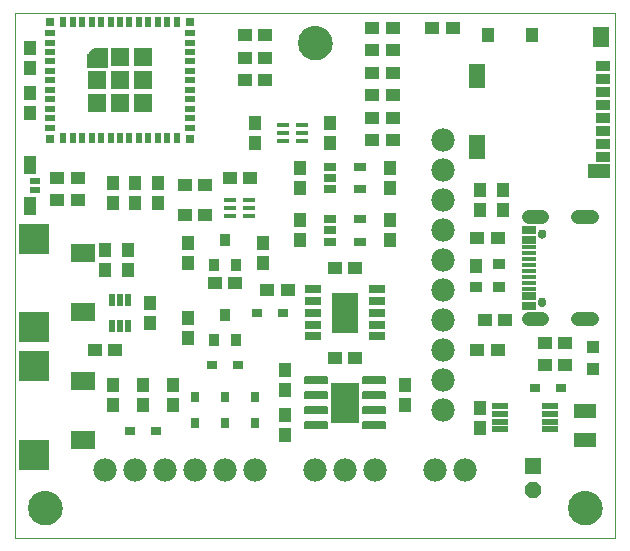
<source format=gts>
G75*
%MOIN*%
%OFA0B0*%
%FSLAX25Y25*%
%IPPOS*%
%LPD*%
%AMOC8*
5,1,8,0,0,1.08239X$1,22.5*
%
%ADD10C,0.00000*%
%ADD11C,0.11424*%
%ADD12R,0.04731X0.04337*%
%ADD13R,0.04337X0.04731*%
%ADD14R,0.03943X0.03550*%
%ADD15R,0.03943X0.05124*%
%ADD16R,0.02762X0.03550*%
%ADD17R,0.03550X0.02762*%
%ADD18C,0.04762*%
%ADD19C,0.02959*%
%ADD20R,0.04928X0.02762*%
%ADD21R,0.04928X0.01581*%
%ADD22C,0.07800*%
%ADD23R,0.03550X0.03943*%
%ADD24R,0.05557X0.02762*%
%ADD25R,0.08668X0.13392*%
%ADD26C,0.00691*%
%ADD27R,0.09400X0.13400*%
%ADD28C,0.00039*%
%ADD29R,0.03550X0.01975*%
%ADD30R,0.03156X0.03156*%
%ADD31R,0.01975X0.03550*%
%ADD32R,0.06109X0.06109*%
%ADD33R,0.04337X0.02565*%
%ADD34R,0.05518X0.05518*%
%ADD35OC8,0.05518*%
%ADD36R,0.04298X0.01581*%
%ADD37R,0.07487X0.05006*%
%ADD38R,0.05715X0.06502*%
%ADD39R,0.04731X0.03746*%
%ADD40R,0.04731X0.03353*%
%ADD41R,0.05715X0.07880*%
%ADD42R,0.04337X0.05124*%
%ADD43R,0.04337X0.04337*%
%ADD44R,0.03550X0.02369*%
%ADD45R,0.04337X0.06306*%
%ADD46R,0.08274X0.06306*%
%ADD47R,0.10243X0.10243*%
%ADD48R,0.01975X0.03943*%
%ADD49R,0.05321X0.02211*%
%ADD50R,0.07487X0.04731*%
D10*
X0002500Y0080658D02*
X0202500Y0080658D01*
X0202500Y0255658D01*
X0002500Y0255658D01*
X0002500Y0080658D01*
X0006988Y0090658D02*
X0006990Y0090806D01*
X0006996Y0090954D01*
X0007006Y0091102D01*
X0007020Y0091249D01*
X0007038Y0091396D01*
X0007059Y0091542D01*
X0007085Y0091688D01*
X0007115Y0091833D01*
X0007148Y0091977D01*
X0007186Y0092120D01*
X0007227Y0092262D01*
X0007272Y0092403D01*
X0007320Y0092543D01*
X0007373Y0092682D01*
X0007429Y0092819D01*
X0007489Y0092954D01*
X0007552Y0093088D01*
X0007619Y0093220D01*
X0007690Y0093350D01*
X0007764Y0093478D01*
X0007841Y0093604D01*
X0007922Y0093728D01*
X0008006Y0093850D01*
X0008093Y0093969D01*
X0008184Y0094086D01*
X0008278Y0094201D01*
X0008374Y0094313D01*
X0008474Y0094423D01*
X0008576Y0094529D01*
X0008682Y0094633D01*
X0008790Y0094734D01*
X0008901Y0094832D01*
X0009014Y0094928D01*
X0009130Y0095020D01*
X0009248Y0095109D01*
X0009369Y0095194D01*
X0009492Y0095277D01*
X0009617Y0095356D01*
X0009744Y0095432D01*
X0009873Y0095504D01*
X0010004Y0095573D01*
X0010137Y0095638D01*
X0010272Y0095699D01*
X0010408Y0095757D01*
X0010545Y0095812D01*
X0010684Y0095862D01*
X0010825Y0095909D01*
X0010966Y0095952D01*
X0011109Y0095992D01*
X0011253Y0096027D01*
X0011397Y0096059D01*
X0011543Y0096086D01*
X0011689Y0096110D01*
X0011836Y0096130D01*
X0011983Y0096146D01*
X0012130Y0096158D01*
X0012278Y0096166D01*
X0012426Y0096170D01*
X0012574Y0096170D01*
X0012722Y0096166D01*
X0012870Y0096158D01*
X0013017Y0096146D01*
X0013164Y0096130D01*
X0013311Y0096110D01*
X0013457Y0096086D01*
X0013603Y0096059D01*
X0013747Y0096027D01*
X0013891Y0095992D01*
X0014034Y0095952D01*
X0014175Y0095909D01*
X0014316Y0095862D01*
X0014455Y0095812D01*
X0014592Y0095757D01*
X0014728Y0095699D01*
X0014863Y0095638D01*
X0014996Y0095573D01*
X0015127Y0095504D01*
X0015256Y0095432D01*
X0015383Y0095356D01*
X0015508Y0095277D01*
X0015631Y0095194D01*
X0015752Y0095109D01*
X0015870Y0095020D01*
X0015986Y0094928D01*
X0016099Y0094832D01*
X0016210Y0094734D01*
X0016318Y0094633D01*
X0016424Y0094529D01*
X0016526Y0094423D01*
X0016626Y0094313D01*
X0016722Y0094201D01*
X0016816Y0094086D01*
X0016907Y0093969D01*
X0016994Y0093850D01*
X0017078Y0093728D01*
X0017159Y0093604D01*
X0017236Y0093478D01*
X0017310Y0093350D01*
X0017381Y0093220D01*
X0017448Y0093088D01*
X0017511Y0092954D01*
X0017571Y0092819D01*
X0017627Y0092682D01*
X0017680Y0092543D01*
X0017728Y0092403D01*
X0017773Y0092262D01*
X0017814Y0092120D01*
X0017852Y0091977D01*
X0017885Y0091833D01*
X0017915Y0091688D01*
X0017941Y0091542D01*
X0017962Y0091396D01*
X0017980Y0091249D01*
X0017994Y0091102D01*
X0018004Y0090954D01*
X0018010Y0090806D01*
X0018012Y0090658D01*
X0018010Y0090510D01*
X0018004Y0090362D01*
X0017994Y0090214D01*
X0017980Y0090067D01*
X0017962Y0089920D01*
X0017941Y0089774D01*
X0017915Y0089628D01*
X0017885Y0089483D01*
X0017852Y0089339D01*
X0017814Y0089196D01*
X0017773Y0089054D01*
X0017728Y0088913D01*
X0017680Y0088773D01*
X0017627Y0088634D01*
X0017571Y0088497D01*
X0017511Y0088362D01*
X0017448Y0088228D01*
X0017381Y0088096D01*
X0017310Y0087966D01*
X0017236Y0087838D01*
X0017159Y0087712D01*
X0017078Y0087588D01*
X0016994Y0087466D01*
X0016907Y0087347D01*
X0016816Y0087230D01*
X0016722Y0087115D01*
X0016626Y0087003D01*
X0016526Y0086893D01*
X0016424Y0086787D01*
X0016318Y0086683D01*
X0016210Y0086582D01*
X0016099Y0086484D01*
X0015986Y0086388D01*
X0015870Y0086296D01*
X0015752Y0086207D01*
X0015631Y0086122D01*
X0015508Y0086039D01*
X0015383Y0085960D01*
X0015256Y0085884D01*
X0015127Y0085812D01*
X0014996Y0085743D01*
X0014863Y0085678D01*
X0014728Y0085617D01*
X0014592Y0085559D01*
X0014455Y0085504D01*
X0014316Y0085454D01*
X0014175Y0085407D01*
X0014034Y0085364D01*
X0013891Y0085324D01*
X0013747Y0085289D01*
X0013603Y0085257D01*
X0013457Y0085230D01*
X0013311Y0085206D01*
X0013164Y0085186D01*
X0013017Y0085170D01*
X0012870Y0085158D01*
X0012722Y0085150D01*
X0012574Y0085146D01*
X0012426Y0085146D01*
X0012278Y0085150D01*
X0012130Y0085158D01*
X0011983Y0085170D01*
X0011836Y0085186D01*
X0011689Y0085206D01*
X0011543Y0085230D01*
X0011397Y0085257D01*
X0011253Y0085289D01*
X0011109Y0085324D01*
X0010966Y0085364D01*
X0010825Y0085407D01*
X0010684Y0085454D01*
X0010545Y0085504D01*
X0010408Y0085559D01*
X0010272Y0085617D01*
X0010137Y0085678D01*
X0010004Y0085743D01*
X0009873Y0085812D01*
X0009744Y0085884D01*
X0009617Y0085960D01*
X0009492Y0086039D01*
X0009369Y0086122D01*
X0009248Y0086207D01*
X0009130Y0086296D01*
X0009014Y0086388D01*
X0008901Y0086484D01*
X0008790Y0086582D01*
X0008682Y0086683D01*
X0008576Y0086787D01*
X0008474Y0086893D01*
X0008374Y0087003D01*
X0008278Y0087115D01*
X0008184Y0087230D01*
X0008093Y0087347D01*
X0008006Y0087466D01*
X0007922Y0087588D01*
X0007841Y0087712D01*
X0007764Y0087838D01*
X0007690Y0087966D01*
X0007619Y0088096D01*
X0007552Y0088228D01*
X0007489Y0088362D01*
X0007429Y0088497D01*
X0007373Y0088634D01*
X0007320Y0088773D01*
X0007272Y0088913D01*
X0007227Y0089054D01*
X0007186Y0089196D01*
X0007148Y0089339D01*
X0007115Y0089483D01*
X0007085Y0089628D01*
X0007059Y0089774D01*
X0007038Y0089920D01*
X0007020Y0090067D01*
X0007006Y0090214D01*
X0006996Y0090362D01*
X0006990Y0090510D01*
X0006988Y0090658D01*
X0096988Y0245658D02*
X0096990Y0245806D01*
X0096996Y0245954D01*
X0097006Y0246102D01*
X0097020Y0246249D01*
X0097038Y0246396D01*
X0097059Y0246542D01*
X0097085Y0246688D01*
X0097115Y0246833D01*
X0097148Y0246977D01*
X0097186Y0247120D01*
X0097227Y0247262D01*
X0097272Y0247403D01*
X0097320Y0247543D01*
X0097373Y0247682D01*
X0097429Y0247819D01*
X0097489Y0247954D01*
X0097552Y0248088D01*
X0097619Y0248220D01*
X0097690Y0248350D01*
X0097764Y0248478D01*
X0097841Y0248604D01*
X0097922Y0248728D01*
X0098006Y0248850D01*
X0098093Y0248969D01*
X0098184Y0249086D01*
X0098278Y0249201D01*
X0098374Y0249313D01*
X0098474Y0249423D01*
X0098576Y0249529D01*
X0098682Y0249633D01*
X0098790Y0249734D01*
X0098901Y0249832D01*
X0099014Y0249928D01*
X0099130Y0250020D01*
X0099248Y0250109D01*
X0099369Y0250194D01*
X0099492Y0250277D01*
X0099617Y0250356D01*
X0099744Y0250432D01*
X0099873Y0250504D01*
X0100004Y0250573D01*
X0100137Y0250638D01*
X0100272Y0250699D01*
X0100408Y0250757D01*
X0100545Y0250812D01*
X0100684Y0250862D01*
X0100825Y0250909D01*
X0100966Y0250952D01*
X0101109Y0250992D01*
X0101253Y0251027D01*
X0101397Y0251059D01*
X0101543Y0251086D01*
X0101689Y0251110D01*
X0101836Y0251130D01*
X0101983Y0251146D01*
X0102130Y0251158D01*
X0102278Y0251166D01*
X0102426Y0251170D01*
X0102574Y0251170D01*
X0102722Y0251166D01*
X0102870Y0251158D01*
X0103017Y0251146D01*
X0103164Y0251130D01*
X0103311Y0251110D01*
X0103457Y0251086D01*
X0103603Y0251059D01*
X0103747Y0251027D01*
X0103891Y0250992D01*
X0104034Y0250952D01*
X0104175Y0250909D01*
X0104316Y0250862D01*
X0104455Y0250812D01*
X0104592Y0250757D01*
X0104728Y0250699D01*
X0104863Y0250638D01*
X0104996Y0250573D01*
X0105127Y0250504D01*
X0105256Y0250432D01*
X0105383Y0250356D01*
X0105508Y0250277D01*
X0105631Y0250194D01*
X0105752Y0250109D01*
X0105870Y0250020D01*
X0105986Y0249928D01*
X0106099Y0249832D01*
X0106210Y0249734D01*
X0106318Y0249633D01*
X0106424Y0249529D01*
X0106526Y0249423D01*
X0106626Y0249313D01*
X0106722Y0249201D01*
X0106816Y0249086D01*
X0106907Y0248969D01*
X0106994Y0248850D01*
X0107078Y0248728D01*
X0107159Y0248604D01*
X0107236Y0248478D01*
X0107310Y0248350D01*
X0107381Y0248220D01*
X0107448Y0248088D01*
X0107511Y0247954D01*
X0107571Y0247819D01*
X0107627Y0247682D01*
X0107680Y0247543D01*
X0107728Y0247403D01*
X0107773Y0247262D01*
X0107814Y0247120D01*
X0107852Y0246977D01*
X0107885Y0246833D01*
X0107915Y0246688D01*
X0107941Y0246542D01*
X0107962Y0246396D01*
X0107980Y0246249D01*
X0107994Y0246102D01*
X0108004Y0245954D01*
X0108010Y0245806D01*
X0108012Y0245658D01*
X0108010Y0245510D01*
X0108004Y0245362D01*
X0107994Y0245214D01*
X0107980Y0245067D01*
X0107962Y0244920D01*
X0107941Y0244774D01*
X0107915Y0244628D01*
X0107885Y0244483D01*
X0107852Y0244339D01*
X0107814Y0244196D01*
X0107773Y0244054D01*
X0107728Y0243913D01*
X0107680Y0243773D01*
X0107627Y0243634D01*
X0107571Y0243497D01*
X0107511Y0243362D01*
X0107448Y0243228D01*
X0107381Y0243096D01*
X0107310Y0242966D01*
X0107236Y0242838D01*
X0107159Y0242712D01*
X0107078Y0242588D01*
X0106994Y0242466D01*
X0106907Y0242347D01*
X0106816Y0242230D01*
X0106722Y0242115D01*
X0106626Y0242003D01*
X0106526Y0241893D01*
X0106424Y0241787D01*
X0106318Y0241683D01*
X0106210Y0241582D01*
X0106099Y0241484D01*
X0105986Y0241388D01*
X0105870Y0241296D01*
X0105752Y0241207D01*
X0105631Y0241122D01*
X0105508Y0241039D01*
X0105383Y0240960D01*
X0105256Y0240884D01*
X0105127Y0240812D01*
X0104996Y0240743D01*
X0104863Y0240678D01*
X0104728Y0240617D01*
X0104592Y0240559D01*
X0104455Y0240504D01*
X0104316Y0240454D01*
X0104175Y0240407D01*
X0104034Y0240364D01*
X0103891Y0240324D01*
X0103747Y0240289D01*
X0103603Y0240257D01*
X0103457Y0240230D01*
X0103311Y0240206D01*
X0103164Y0240186D01*
X0103017Y0240170D01*
X0102870Y0240158D01*
X0102722Y0240150D01*
X0102574Y0240146D01*
X0102426Y0240146D01*
X0102278Y0240150D01*
X0102130Y0240158D01*
X0101983Y0240170D01*
X0101836Y0240186D01*
X0101689Y0240206D01*
X0101543Y0240230D01*
X0101397Y0240257D01*
X0101253Y0240289D01*
X0101109Y0240324D01*
X0100966Y0240364D01*
X0100825Y0240407D01*
X0100684Y0240454D01*
X0100545Y0240504D01*
X0100408Y0240559D01*
X0100272Y0240617D01*
X0100137Y0240678D01*
X0100004Y0240743D01*
X0099873Y0240812D01*
X0099744Y0240884D01*
X0099617Y0240960D01*
X0099492Y0241039D01*
X0099369Y0241122D01*
X0099248Y0241207D01*
X0099130Y0241296D01*
X0099014Y0241388D01*
X0098901Y0241484D01*
X0098790Y0241582D01*
X0098682Y0241683D01*
X0098576Y0241787D01*
X0098474Y0241893D01*
X0098374Y0242003D01*
X0098278Y0242115D01*
X0098184Y0242230D01*
X0098093Y0242347D01*
X0098006Y0242466D01*
X0097922Y0242588D01*
X0097841Y0242712D01*
X0097764Y0242838D01*
X0097690Y0242966D01*
X0097619Y0243096D01*
X0097552Y0243228D01*
X0097489Y0243362D01*
X0097429Y0243497D01*
X0097373Y0243634D01*
X0097320Y0243773D01*
X0097272Y0243913D01*
X0097227Y0244054D01*
X0097186Y0244196D01*
X0097148Y0244339D01*
X0097115Y0244483D01*
X0097085Y0244628D01*
X0097059Y0244774D01*
X0097038Y0244920D01*
X0097020Y0245067D01*
X0097006Y0245214D01*
X0096996Y0245362D01*
X0096990Y0245510D01*
X0096988Y0245658D01*
X0176732Y0182036D02*
X0176734Y0182107D01*
X0176740Y0182178D01*
X0176750Y0182249D01*
X0176764Y0182318D01*
X0176781Y0182387D01*
X0176803Y0182455D01*
X0176828Y0182522D01*
X0176857Y0182587D01*
X0176889Y0182650D01*
X0176925Y0182712D01*
X0176964Y0182771D01*
X0177007Y0182828D01*
X0177052Y0182883D01*
X0177101Y0182935D01*
X0177152Y0182984D01*
X0177206Y0183030D01*
X0177263Y0183074D01*
X0177321Y0183114D01*
X0177382Y0183150D01*
X0177445Y0183184D01*
X0177510Y0183213D01*
X0177576Y0183239D01*
X0177644Y0183262D01*
X0177712Y0183280D01*
X0177782Y0183295D01*
X0177852Y0183306D01*
X0177923Y0183313D01*
X0177994Y0183316D01*
X0178065Y0183315D01*
X0178136Y0183310D01*
X0178207Y0183301D01*
X0178277Y0183288D01*
X0178346Y0183272D01*
X0178414Y0183251D01*
X0178481Y0183227D01*
X0178547Y0183199D01*
X0178610Y0183167D01*
X0178672Y0183132D01*
X0178732Y0183094D01*
X0178790Y0183052D01*
X0178845Y0183008D01*
X0178898Y0182960D01*
X0178948Y0182909D01*
X0178995Y0182856D01*
X0179039Y0182800D01*
X0179080Y0182742D01*
X0179118Y0182681D01*
X0179152Y0182619D01*
X0179182Y0182554D01*
X0179209Y0182489D01*
X0179233Y0182421D01*
X0179252Y0182353D01*
X0179268Y0182284D01*
X0179280Y0182213D01*
X0179288Y0182143D01*
X0179292Y0182072D01*
X0179292Y0182000D01*
X0179288Y0181929D01*
X0179280Y0181859D01*
X0179268Y0181788D01*
X0179252Y0181719D01*
X0179233Y0181651D01*
X0179209Y0181583D01*
X0179182Y0181518D01*
X0179152Y0181453D01*
X0179118Y0181391D01*
X0179080Y0181330D01*
X0179039Y0181272D01*
X0178995Y0181216D01*
X0178948Y0181163D01*
X0178898Y0181112D01*
X0178845Y0181064D01*
X0178790Y0181020D01*
X0178732Y0180978D01*
X0178672Y0180940D01*
X0178610Y0180905D01*
X0178547Y0180873D01*
X0178481Y0180845D01*
X0178414Y0180821D01*
X0178346Y0180800D01*
X0178277Y0180784D01*
X0178207Y0180771D01*
X0178136Y0180762D01*
X0178065Y0180757D01*
X0177994Y0180756D01*
X0177923Y0180759D01*
X0177852Y0180766D01*
X0177782Y0180777D01*
X0177712Y0180792D01*
X0177644Y0180810D01*
X0177576Y0180833D01*
X0177510Y0180859D01*
X0177445Y0180888D01*
X0177382Y0180922D01*
X0177321Y0180958D01*
X0177263Y0180998D01*
X0177206Y0181042D01*
X0177152Y0181088D01*
X0177101Y0181137D01*
X0177052Y0181189D01*
X0177007Y0181244D01*
X0176964Y0181301D01*
X0176925Y0181360D01*
X0176889Y0181422D01*
X0176857Y0181485D01*
X0176828Y0181550D01*
X0176803Y0181617D01*
X0176781Y0181685D01*
X0176764Y0181754D01*
X0176750Y0181823D01*
X0176740Y0181894D01*
X0176734Y0181965D01*
X0176732Y0182036D01*
X0176732Y0159280D02*
X0176734Y0159351D01*
X0176740Y0159422D01*
X0176750Y0159493D01*
X0176764Y0159562D01*
X0176781Y0159631D01*
X0176803Y0159699D01*
X0176828Y0159766D01*
X0176857Y0159831D01*
X0176889Y0159894D01*
X0176925Y0159956D01*
X0176964Y0160015D01*
X0177007Y0160072D01*
X0177052Y0160127D01*
X0177101Y0160179D01*
X0177152Y0160228D01*
X0177206Y0160274D01*
X0177263Y0160318D01*
X0177321Y0160358D01*
X0177382Y0160394D01*
X0177445Y0160428D01*
X0177510Y0160457D01*
X0177576Y0160483D01*
X0177644Y0160506D01*
X0177712Y0160524D01*
X0177782Y0160539D01*
X0177852Y0160550D01*
X0177923Y0160557D01*
X0177994Y0160560D01*
X0178065Y0160559D01*
X0178136Y0160554D01*
X0178207Y0160545D01*
X0178277Y0160532D01*
X0178346Y0160516D01*
X0178414Y0160495D01*
X0178481Y0160471D01*
X0178547Y0160443D01*
X0178610Y0160411D01*
X0178672Y0160376D01*
X0178732Y0160338D01*
X0178790Y0160296D01*
X0178845Y0160252D01*
X0178898Y0160204D01*
X0178948Y0160153D01*
X0178995Y0160100D01*
X0179039Y0160044D01*
X0179080Y0159986D01*
X0179118Y0159925D01*
X0179152Y0159863D01*
X0179182Y0159798D01*
X0179209Y0159733D01*
X0179233Y0159665D01*
X0179252Y0159597D01*
X0179268Y0159528D01*
X0179280Y0159457D01*
X0179288Y0159387D01*
X0179292Y0159316D01*
X0179292Y0159244D01*
X0179288Y0159173D01*
X0179280Y0159103D01*
X0179268Y0159032D01*
X0179252Y0158963D01*
X0179233Y0158895D01*
X0179209Y0158827D01*
X0179182Y0158762D01*
X0179152Y0158697D01*
X0179118Y0158635D01*
X0179080Y0158574D01*
X0179039Y0158516D01*
X0178995Y0158460D01*
X0178948Y0158407D01*
X0178898Y0158356D01*
X0178845Y0158308D01*
X0178790Y0158264D01*
X0178732Y0158222D01*
X0178672Y0158184D01*
X0178610Y0158149D01*
X0178547Y0158117D01*
X0178481Y0158089D01*
X0178414Y0158065D01*
X0178346Y0158044D01*
X0178277Y0158028D01*
X0178207Y0158015D01*
X0178136Y0158006D01*
X0178065Y0158001D01*
X0177994Y0158000D01*
X0177923Y0158003D01*
X0177852Y0158010D01*
X0177782Y0158021D01*
X0177712Y0158036D01*
X0177644Y0158054D01*
X0177576Y0158077D01*
X0177510Y0158103D01*
X0177445Y0158132D01*
X0177382Y0158166D01*
X0177321Y0158202D01*
X0177263Y0158242D01*
X0177206Y0158286D01*
X0177152Y0158332D01*
X0177101Y0158381D01*
X0177052Y0158433D01*
X0177007Y0158488D01*
X0176964Y0158545D01*
X0176925Y0158604D01*
X0176889Y0158666D01*
X0176857Y0158729D01*
X0176828Y0158794D01*
X0176803Y0158861D01*
X0176781Y0158929D01*
X0176764Y0158998D01*
X0176750Y0159067D01*
X0176740Y0159138D01*
X0176734Y0159209D01*
X0176732Y0159280D01*
X0186988Y0090658D02*
X0186990Y0090806D01*
X0186996Y0090954D01*
X0187006Y0091102D01*
X0187020Y0091249D01*
X0187038Y0091396D01*
X0187059Y0091542D01*
X0187085Y0091688D01*
X0187115Y0091833D01*
X0187148Y0091977D01*
X0187186Y0092120D01*
X0187227Y0092262D01*
X0187272Y0092403D01*
X0187320Y0092543D01*
X0187373Y0092682D01*
X0187429Y0092819D01*
X0187489Y0092954D01*
X0187552Y0093088D01*
X0187619Y0093220D01*
X0187690Y0093350D01*
X0187764Y0093478D01*
X0187841Y0093604D01*
X0187922Y0093728D01*
X0188006Y0093850D01*
X0188093Y0093969D01*
X0188184Y0094086D01*
X0188278Y0094201D01*
X0188374Y0094313D01*
X0188474Y0094423D01*
X0188576Y0094529D01*
X0188682Y0094633D01*
X0188790Y0094734D01*
X0188901Y0094832D01*
X0189014Y0094928D01*
X0189130Y0095020D01*
X0189248Y0095109D01*
X0189369Y0095194D01*
X0189492Y0095277D01*
X0189617Y0095356D01*
X0189744Y0095432D01*
X0189873Y0095504D01*
X0190004Y0095573D01*
X0190137Y0095638D01*
X0190272Y0095699D01*
X0190408Y0095757D01*
X0190545Y0095812D01*
X0190684Y0095862D01*
X0190825Y0095909D01*
X0190966Y0095952D01*
X0191109Y0095992D01*
X0191253Y0096027D01*
X0191397Y0096059D01*
X0191543Y0096086D01*
X0191689Y0096110D01*
X0191836Y0096130D01*
X0191983Y0096146D01*
X0192130Y0096158D01*
X0192278Y0096166D01*
X0192426Y0096170D01*
X0192574Y0096170D01*
X0192722Y0096166D01*
X0192870Y0096158D01*
X0193017Y0096146D01*
X0193164Y0096130D01*
X0193311Y0096110D01*
X0193457Y0096086D01*
X0193603Y0096059D01*
X0193747Y0096027D01*
X0193891Y0095992D01*
X0194034Y0095952D01*
X0194175Y0095909D01*
X0194316Y0095862D01*
X0194455Y0095812D01*
X0194592Y0095757D01*
X0194728Y0095699D01*
X0194863Y0095638D01*
X0194996Y0095573D01*
X0195127Y0095504D01*
X0195256Y0095432D01*
X0195383Y0095356D01*
X0195508Y0095277D01*
X0195631Y0095194D01*
X0195752Y0095109D01*
X0195870Y0095020D01*
X0195986Y0094928D01*
X0196099Y0094832D01*
X0196210Y0094734D01*
X0196318Y0094633D01*
X0196424Y0094529D01*
X0196526Y0094423D01*
X0196626Y0094313D01*
X0196722Y0094201D01*
X0196816Y0094086D01*
X0196907Y0093969D01*
X0196994Y0093850D01*
X0197078Y0093728D01*
X0197159Y0093604D01*
X0197236Y0093478D01*
X0197310Y0093350D01*
X0197381Y0093220D01*
X0197448Y0093088D01*
X0197511Y0092954D01*
X0197571Y0092819D01*
X0197627Y0092682D01*
X0197680Y0092543D01*
X0197728Y0092403D01*
X0197773Y0092262D01*
X0197814Y0092120D01*
X0197852Y0091977D01*
X0197885Y0091833D01*
X0197915Y0091688D01*
X0197941Y0091542D01*
X0197962Y0091396D01*
X0197980Y0091249D01*
X0197994Y0091102D01*
X0198004Y0090954D01*
X0198010Y0090806D01*
X0198012Y0090658D01*
X0198010Y0090510D01*
X0198004Y0090362D01*
X0197994Y0090214D01*
X0197980Y0090067D01*
X0197962Y0089920D01*
X0197941Y0089774D01*
X0197915Y0089628D01*
X0197885Y0089483D01*
X0197852Y0089339D01*
X0197814Y0089196D01*
X0197773Y0089054D01*
X0197728Y0088913D01*
X0197680Y0088773D01*
X0197627Y0088634D01*
X0197571Y0088497D01*
X0197511Y0088362D01*
X0197448Y0088228D01*
X0197381Y0088096D01*
X0197310Y0087966D01*
X0197236Y0087838D01*
X0197159Y0087712D01*
X0197078Y0087588D01*
X0196994Y0087466D01*
X0196907Y0087347D01*
X0196816Y0087230D01*
X0196722Y0087115D01*
X0196626Y0087003D01*
X0196526Y0086893D01*
X0196424Y0086787D01*
X0196318Y0086683D01*
X0196210Y0086582D01*
X0196099Y0086484D01*
X0195986Y0086388D01*
X0195870Y0086296D01*
X0195752Y0086207D01*
X0195631Y0086122D01*
X0195508Y0086039D01*
X0195383Y0085960D01*
X0195256Y0085884D01*
X0195127Y0085812D01*
X0194996Y0085743D01*
X0194863Y0085678D01*
X0194728Y0085617D01*
X0194592Y0085559D01*
X0194455Y0085504D01*
X0194316Y0085454D01*
X0194175Y0085407D01*
X0194034Y0085364D01*
X0193891Y0085324D01*
X0193747Y0085289D01*
X0193603Y0085257D01*
X0193457Y0085230D01*
X0193311Y0085206D01*
X0193164Y0085186D01*
X0193017Y0085170D01*
X0192870Y0085158D01*
X0192722Y0085150D01*
X0192574Y0085146D01*
X0192426Y0085146D01*
X0192278Y0085150D01*
X0192130Y0085158D01*
X0191983Y0085170D01*
X0191836Y0085186D01*
X0191689Y0085206D01*
X0191543Y0085230D01*
X0191397Y0085257D01*
X0191253Y0085289D01*
X0191109Y0085324D01*
X0190966Y0085364D01*
X0190825Y0085407D01*
X0190684Y0085454D01*
X0190545Y0085504D01*
X0190408Y0085559D01*
X0190272Y0085617D01*
X0190137Y0085678D01*
X0190004Y0085743D01*
X0189873Y0085812D01*
X0189744Y0085884D01*
X0189617Y0085960D01*
X0189492Y0086039D01*
X0189369Y0086122D01*
X0189248Y0086207D01*
X0189130Y0086296D01*
X0189014Y0086388D01*
X0188901Y0086484D01*
X0188790Y0086582D01*
X0188682Y0086683D01*
X0188576Y0086787D01*
X0188474Y0086893D01*
X0188374Y0087003D01*
X0188278Y0087115D01*
X0188184Y0087230D01*
X0188093Y0087347D01*
X0188006Y0087466D01*
X0187922Y0087588D01*
X0187841Y0087712D01*
X0187764Y0087838D01*
X0187690Y0087966D01*
X0187619Y0088096D01*
X0187552Y0088228D01*
X0187489Y0088362D01*
X0187429Y0088497D01*
X0187373Y0088634D01*
X0187320Y0088773D01*
X0187272Y0088913D01*
X0187227Y0089054D01*
X0187186Y0089196D01*
X0187148Y0089339D01*
X0187115Y0089483D01*
X0187085Y0089628D01*
X0187059Y0089774D01*
X0187038Y0089920D01*
X0187020Y0090067D01*
X0187006Y0090214D01*
X0186996Y0090362D01*
X0186990Y0090510D01*
X0186988Y0090658D01*
D11*
X0192500Y0090658D03*
X0102500Y0245658D03*
X0012500Y0090658D03*
D12*
X0029154Y0143158D03*
X0035846Y0143158D03*
X0069154Y0165658D03*
X0075846Y0165658D03*
X0086654Y0163158D03*
X0093346Y0163158D03*
X0109154Y0170658D03*
X0115846Y0170658D03*
X0115846Y0140658D03*
X0109154Y0140658D03*
X0065846Y0188158D03*
X0059154Y0188158D03*
X0059154Y0198158D03*
X0065846Y0198158D03*
X0074154Y0200658D03*
X0080846Y0200658D03*
X0079154Y0233158D03*
X0085846Y0233158D03*
X0085846Y0240658D03*
X0079154Y0240658D03*
X0079154Y0248158D03*
X0085846Y0248158D03*
X0121654Y0250658D03*
X0121654Y0243158D03*
X0128346Y0243158D03*
X0128346Y0250658D03*
X0128346Y0235658D03*
X0121654Y0235658D03*
X0121654Y0228158D03*
X0121654Y0220658D03*
X0128346Y0220658D03*
X0128346Y0228158D03*
X0128346Y0213158D03*
X0121654Y0213158D03*
X0141654Y0250658D03*
X0148346Y0250658D03*
X0156654Y0180658D03*
X0163346Y0180658D03*
X0165846Y0153158D03*
X0159154Y0153158D03*
X0156654Y0143158D03*
X0163346Y0143158D03*
X0179154Y0145658D03*
X0185846Y0145658D03*
X0185846Y0138158D03*
X0179154Y0138158D03*
X0023346Y0193158D03*
X0016654Y0193158D03*
X0016654Y0200658D03*
X0023346Y0200658D03*
D13*
X0035000Y0199005D03*
X0035000Y0192312D03*
X0042500Y0192312D03*
X0042500Y0199005D03*
X0050000Y0199005D03*
X0050000Y0192312D03*
X0060000Y0179005D03*
X0060000Y0172312D03*
X0047500Y0159005D03*
X0047500Y0152312D03*
X0060000Y0154005D03*
X0060000Y0147312D03*
X0055000Y0131505D03*
X0055000Y0124812D03*
X0045000Y0124812D03*
X0045000Y0131505D03*
X0035000Y0131505D03*
X0035000Y0124812D03*
X0032500Y0169812D03*
X0032500Y0176505D03*
X0040000Y0176505D03*
X0040000Y0169812D03*
X0007500Y0222312D03*
X0007500Y0229005D03*
X0007500Y0237312D03*
X0007500Y0244005D03*
X0082500Y0219005D03*
X0082500Y0212312D03*
X0097500Y0204005D03*
X0097500Y0197312D03*
X0097500Y0186505D03*
X0097500Y0179812D03*
X0085000Y0179005D03*
X0085000Y0172312D03*
X0092500Y0136505D03*
X0092500Y0129812D03*
X0092500Y0121505D03*
X0092500Y0114812D03*
X0132500Y0124812D03*
X0132500Y0131505D03*
X0157500Y0124005D03*
X0157500Y0117312D03*
X0127500Y0179812D03*
X0127500Y0186505D03*
X0127500Y0197312D03*
X0127500Y0204005D03*
X0107500Y0212312D03*
X0107500Y0219005D03*
X0157500Y0196505D03*
X0157500Y0189812D03*
X0165000Y0189812D03*
X0165000Y0196505D03*
D14*
X0163937Y0172095D03*
X0163937Y0164221D03*
X0156063Y0164221D03*
D15*
X0156063Y0171308D03*
D16*
X0082500Y0127489D03*
X0082500Y0118827D03*
X0072500Y0118827D03*
X0072500Y0127489D03*
X0062500Y0127489D03*
X0062500Y0118827D03*
D17*
X0049331Y0116158D03*
X0040669Y0116158D03*
X0068169Y0138158D03*
X0076831Y0138158D03*
X0083169Y0155658D03*
X0091831Y0155658D03*
X0175669Y0130658D03*
X0184331Y0130658D03*
D18*
X0190319Y0153650D02*
X0194681Y0153650D01*
X0178224Y0153650D02*
X0173862Y0153650D01*
X0173862Y0187666D02*
X0178224Y0187666D01*
X0190319Y0187666D02*
X0194681Y0187666D01*
D19*
X0178012Y0182036D03*
X0178012Y0159280D03*
D20*
X0173780Y0158060D03*
X0173780Y0161209D03*
X0173780Y0180107D03*
X0173780Y0183257D03*
D21*
X0173780Y0177548D03*
X0173780Y0175579D03*
X0173780Y0173611D03*
X0173780Y0171642D03*
X0173780Y0169674D03*
X0173780Y0167705D03*
X0173780Y0165737D03*
X0173780Y0163768D03*
D22*
X0145000Y0163158D03*
X0145000Y0153158D03*
X0145000Y0143158D03*
X0145000Y0133158D03*
X0145000Y0123158D03*
X0142500Y0103158D03*
X0152500Y0103158D03*
X0122500Y0103158D03*
X0112500Y0103158D03*
X0102500Y0103158D03*
X0082500Y0103158D03*
X0072500Y0103158D03*
X0062500Y0103158D03*
X0052500Y0103158D03*
X0042500Y0103158D03*
X0032500Y0103158D03*
X0145000Y0173158D03*
X0145000Y0183158D03*
X0145000Y0193158D03*
X0145000Y0203158D03*
X0145000Y0213158D03*
D23*
X0076240Y0171721D03*
X0072500Y0179989D03*
X0068760Y0171721D03*
X0072500Y0154989D03*
X0068760Y0146721D03*
X0076240Y0146721D03*
D24*
X0101673Y0147784D03*
X0101673Y0151721D03*
X0101673Y0155658D03*
X0101673Y0159595D03*
X0101673Y0163532D03*
X0123327Y0163532D03*
X0123327Y0159595D03*
X0123327Y0155658D03*
X0123327Y0151721D03*
X0123327Y0147784D03*
D25*
X0112500Y0155658D03*
D26*
X0106489Y0132122D02*
X0099023Y0132122D01*
X0099023Y0134194D01*
X0106489Y0134194D01*
X0106489Y0132122D01*
X0106489Y0132812D02*
X0099023Y0132812D01*
X0099023Y0133502D02*
X0106489Y0133502D01*
X0106489Y0134192D02*
X0099023Y0134192D01*
X0099023Y0127122D02*
X0106489Y0127122D01*
X0099023Y0127122D02*
X0099023Y0129194D01*
X0106489Y0129194D01*
X0106489Y0127122D01*
X0106489Y0127812D02*
X0099023Y0127812D01*
X0099023Y0128502D02*
X0106489Y0128502D01*
X0106489Y0129192D02*
X0099023Y0129192D01*
X0099023Y0122122D02*
X0106489Y0122122D01*
X0099023Y0122122D02*
X0099023Y0124194D01*
X0106489Y0124194D01*
X0106489Y0122122D01*
X0106489Y0122812D02*
X0099023Y0122812D01*
X0099023Y0123502D02*
X0106489Y0123502D01*
X0106489Y0124192D02*
X0099023Y0124192D01*
X0099023Y0117122D02*
X0106489Y0117122D01*
X0099023Y0117122D02*
X0099023Y0119194D01*
X0106489Y0119194D01*
X0106489Y0117122D01*
X0106489Y0117812D02*
X0099023Y0117812D01*
X0099023Y0118502D02*
X0106489Y0118502D01*
X0106489Y0119192D02*
X0099023Y0119192D01*
X0118511Y0117122D02*
X0125977Y0117122D01*
X0118511Y0117122D02*
X0118511Y0119194D01*
X0125977Y0119194D01*
X0125977Y0117122D01*
X0125977Y0117812D02*
X0118511Y0117812D01*
X0118511Y0118502D02*
X0125977Y0118502D01*
X0125977Y0119192D02*
X0118511Y0119192D01*
X0118511Y0122122D02*
X0125977Y0122122D01*
X0118511Y0122122D02*
X0118511Y0124194D01*
X0125977Y0124194D01*
X0125977Y0122122D01*
X0125977Y0122812D02*
X0118511Y0122812D01*
X0118511Y0123502D02*
X0125977Y0123502D01*
X0125977Y0124192D02*
X0118511Y0124192D01*
X0118511Y0127122D02*
X0125977Y0127122D01*
X0118511Y0127122D02*
X0118511Y0129194D01*
X0125977Y0129194D01*
X0125977Y0127122D01*
X0125977Y0127812D02*
X0118511Y0127812D01*
X0118511Y0128502D02*
X0125977Y0128502D01*
X0125977Y0129192D02*
X0118511Y0129192D01*
X0118511Y0132122D02*
X0125977Y0132122D01*
X0118511Y0132122D02*
X0118511Y0134194D01*
X0125977Y0134194D01*
X0125977Y0132122D01*
X0125977Y0132812D02*
X0118511Y0132812D01*
X0118511Y0133502D02*
X0125977Y0133502D01*
X0125977Y0134192D02*
X0118511Y0134192D01*
D27*
X0112500Y0125658D03*
D28*
X0033071Y0237587D02*
X0026575Y0237587D01*
X0026575Y0241721D01*
X0028937Y0244083D01*
X0033071Y0244083D01*
X0033071Y0237587D01*
X0033071Y0237601D02*
X0026575Y0237601D01*
X0026575Y0237639D02*
X0033071Y0237639D01*
X0033071Y0237677D02*
X0026575Y0237677D01*
X0026575Y0237714D02*
X0033071Y0237714D01*
X0033071Y0237752D02*
X0026575Y0237752D01*
X0026575Y0237790D02*
X0033071Y0237790D01*
X0033071Y0237828D02*
X0026575Y0237828D01*
X0026575Y0237866D02*
X0033071Y0237866D01*
X0033071Y0237904D02*
X0026575Y0237904D01*
X0026575Y0237942D02*
X0033071Y0237942D01*
X0033071Y0237980D02*
X0026575Y0237980D01*
X0026575Y0238017D02*
X0033071Y0238017D01*
X0033071Y0238055D02*
X0026575Y0238055D01*
X0026575Y0238093D02*
X0033071Y0238093D01*
X0033071Y0238131D02*
X0026575Y0238131D01*
X0026575Y0238169D02*
X0033071Y0238169D01*
X0033071Y0238207D02*
X0026575Y0238207D01*
X0026575Y0238245D02*
X0033071Y0238245D01*
X0033071Y0238283D02*
X0026575Y0238283D01*
X0026575Y0238321D02*
X0033071Y0238321D01*
X0033071Y0238358D02*
X0026575Y0238358D01*
X0026575Y0238396D02*
X0033071Y0238396D01*
X0033071Y0238434D02*
X0026575Y0238434D01*
X0026575Y0238472D02*
X0033071Y0238472D01*
X0033071Y0238510D02*
X0026575Y0238510D01*
X0026575Y0238548D02*
X0033071Y0238548D01*
X0033071Y0238586D02*
X0026575Y0238586D01*
X0026575Y0238624D02*
X0033071Y0238624D01*
X0033071Y0238661D02*
X0026575Y0238661D01*
X0026575Y0238699D02*
X0033071Y0238699D01*
X0033071Y0238737D02*
X0026575Y0238737D01*
X0026575Y0238775D02*
X0033071Y0238775D01*
X0033071Y0238813D02*
X0026575Y0238813D01*
X0026575Y0238851D02*
X0033071Y0238851D01*
X0033071Y0238889D02*
X0026575Y0238889D01*
X0026575Y0238927D02*
X0033071Y0238927D01*
X0033071Y0238965D02*
X0026575Y0238965D01*
X0026575Y0239002D02*
X0033071Y0239002D01*
X0033071Y0239040D02*
X0026575Y0239040D01*
X0026575Y0239078D02*
X0033071Y0239078D01*
X0033071Y0239116D02*
X0026575Y0239116D01*
X0026575Y0239154D02*
X0033071Y0239154D01*
X0033071Y0239192D02*
X0026575Y0239192D01*
X0026575Y0239230D02*
X0033071Y0239230D01*
X0033071Y0239268D02*
X0026575Y0239268D01*
X0026575Y0239305D02*
X0033071Y0239305D01*
X0033071Y0239343D02*
X0026575Y0239343D01*
X0026575Y0239381D02*
X0033071Y0239381D01*
X0033071Y0239419D02*
X0026575Y0239419D01*
X0026575Y0239457D02*
X0033071Y0239457D01*
X0033071Y0239495D02*
X0026575Y0239495D01*
X0026575Y0239533D02*
X0033071Y0239533D01*
X0033071Y0239571D02*
X0026575Y0239571D01*
X0026575Y0239608D02*
X0033071Y0239608D01*
X0033071Y0239646D02*
X0026575Y0239646D01*
X0026575Y0239684D02*
X0033071Y0239684D01*
X0033071Y0239722D02*
X0026575Y0239722D01*
X0026575Y0239760D02*
X0033071Y0239760D01*
X0033071Y0239798D02*
X0026575Y0239798D01*
X0026575Y0239836D02*
X0033071Y0239836D01*
X0033071Y0239874D02*
X0026575Y0239874D01*
X0026575Y0239912D02*
X0033071Y0239912D01*
X0033071Y0239949D02*
X0026575Y0239949D01*
X0026575Y0239987D02*
X0033071Y0239987D01*
X0033071Y0240025D02*
X0026575Y0240025D01*
X0026575Y0240063D02*
X0033071Y0240063D01*
X0033071Y0240101D02*
X0026575Y0240101D01*
X0026575Y0240139D02*
X0033071Y0240139D01*
X0033071Y0240177D02*
X0026575Y0240177D01*
X0026575Y0240215D02*
X0033071Y0240215D01*
X0033071Y0240252D02*
X0026575Y0240252D01*
X0026575Y0240290D02*
X0033071Y0240290D01*
X0033071Y0240328D02*
X0026575Y0240328D01*
X0026575Y0240366D02*
X0033071Y0240366D01*
X0033071Y0240404D02*
X0026575Y0240404D01*
X0026575Y0240442D02*
X0033071Y0240442D01*
X0033071Y0240480D02*
X0026575Y0240480D01*
X0026575Y0240518D02*
X0033071Y0240518D01*
X0033071Y0240556D02*
X0026575Y0240556D01*
X0026575Y0240593D02*
X0033071Y0240593D01*
X0033071Y0240631D02*
X0026575Y0240631D01*
X0026575Y0240669D02*
X0033071Y0240669D01*
X0033071Y0240707D02*
X0026575Y0240707D01*
X0026575Y0240745D02*
X0033071Y0240745D01*
X0033071Y0240783D02*
X0026575Y0240783D01*
X0026575Y0240821D02*
X0033071Y0240821D01*
X0033071Y0240859D02*
X0026575Y0240859D01*
X0026575Y0240896D02*
X0033071Y0240896D01*
X0033071Y0240934D02*
X0026575Y0240934D01*
X0026575Y0240972D02*
X0033071Y0240972D01*
X0033071Y0241010D02*
X0026575Y0241010D01*
X0026575Y0241048D02*
X0033071Y0241048D01*
X0033071Y0241086D02*
X0026575Y0241086D01*
X0026575Y0241124D02*
X0033071Y0241124D01*
X0033071Y0241162D02*
X0026575Y0241162D01*
X0026575Y0241200D02*
X0033071Y0241200D01*
X0033071Y0241237D02*
X0026575Y0241237D01*
X0026575Y0241275D02*
X0033071Y0241275D01*
X0033071Y0241313D02*
X0026575Y0241313D01*
X0026575Y0241351D02*
X0033071Y0241351D01*
X0033071Y0241389D02*
X0026575Y0241389D01*
X0026575Y0241427D02*
X0033071Y0241427D01*
X0033071Y0241465D02*
X0026575Y0241465D01*
X0026575Y0241503D02*
X0033071Y0241503D01*
X0033071Y0241540D02*
X0026575Y0241540D01*
X0026575Y0241578D02*
X0033071Y0241578D01*
X0033071Y0241616D02*
X0026575Y0241616D01*
X0026575Y0241654D02*
X0033071Y0241654D01*
X0033071Y0241692D02*
X0026575Y0241692D01*
X0026584Y0241730D02*
X0033071Y0241730D01*
X0033071Y0241768D02*
X0026621Y0241768D01*
X0026659Y0241806D02*
X0033071Y0241806D01*
X0033071Y0241843D02*
X0026697Y0241843D01*
X0026735Y0241881D02*
X0033071Y0241881D01*
X0033071Y0241919D02*
X0026773Y0241919D01*
X0026811Y0241957D02*
X0033071Y0241957D01*
X0033071Y0241995D02*
X0026849Y0241995D01*
X0026887Y0242033D02*
X0033071Y0242033D01*
X0033071Y0242071D02*
X0026924Y0242071D01*
X0026962Y0242109D02*
X0033071Y0242109D01*
X0033071Y0242147D02*
X0027000Y0242147D01*
X0027038Y0242184D02*
X0033071Y0242184D01*
X0033071Y0242222D02*
X0027076Y0242222D01*
X0027114Y0242260D02*
X0033071Y0242260D01*
X0033071Y0242298D02*
X0027152Y0242298D01*
X0027190Y0242336D02*
X0033071Y0242336D01*
X0033071Y0242374D02*
X0027227Y0242374D01*
X0027265Y0242412D02*
X0033071Y0242412D01*
X0033071Y0242450D02*
X0027303Y0242450D01*
X0027341Y0242487D02*
X0033071Y0242487D01*
X0033071Y0242525D02*
X0027379Y0242525D01*
X0027417Y0242563D02*
X0033071Y0242563D01*
X0033071Y0242601D02*
X0027455Y0242601D01*
X0027493Y0242639D02*
X0033071Y0242639D01*
X0033071Y0242677D02*
X0027531Y0242677D01*
X0027568Y0242715D02*
X0033071Y0242715D01*
X0033071Y0242753D02*
X0027606Y0242753D01*
X0027644Y0242791D02*
X0033071Y0242791D01*
X0033071Y0242828D02*
X0027682Y0242828D01*
X0027720Y0242866D02*
X0033071Y0242866D01*
X0033071Y0242904D02*
X0027758Y0242904D01*
X0027796Y0242942D02*
X0033071Y0242942D01*
X0033071Y0242980D02*
X0027834Y0242980D01*
X0027871Y0243018D02*
X0033071Y0243018D01*
X0033071Y0243056D02*
X0027909Y0243056D01*
X0027947Y0243094D02*
X0033071Y0243094D01*
X0033071Y0243131D02*
X0027985Y0243131D01*
X0028023Y0243169D02*
X0033071Y0243169D01*
X0033071Y0243207D02*
X0028061Y0243207D01*
X0028099Y0243245D02*
X0033071Y0243245D01*
X0033071Y0243283D02*
X0028137Y0243283D01*
X0028175Y0243321D02*
X0033071Y0243321D01*
X0033071Y0243359D02*
X0028212Y0243359D01*
X0028250Y0243397D02*
X0033071Y0243397D01*
X0033071Y0243435D02*
X0028288Y0243435D01*
X0028326Y0243472D02*
X0033071Y0243472D01*
X0033071Y0243510D02*
X0028364Y0243510D01*
X0028402Y0243548D02*
X0033071Y0243548D01*
X0033071Y0243586D02*
X0028440Y0243586D01*
X0028478Y0243624D02*
X0033071Y0243624D01*
X0033071Y0243662D02*
X0028515Y0243662D01*
X0028553Y0243700D02*
X0033071Y0243700D01*
X0033071Y0243738D02*
X0028591Y0243738D01*
X0028629Y0243775D02*
X0033071Y0243775D01*
X0033071Y0243813D02*
X0028667Y0243813D01*
X0028705Y0243851D02*
X0033071Y0243851D01*
X0033071Y0243889D02*
X0028743Y0243889D01*
X0028781Y0243927D02*
X0033071Y0243927D01*
X0033071Y0243965D02*
X0028819Y0243965D01*
X0028856Y0244003D02*
X0033071Y0244003D01*
X0033071Y0244041D02*
X0028894Y0244041D01*
X0028932Y0244078D02*
X0033071Y0244078D01*
D29*
X0014272Y0242607D03*
X0014272Y0245757D03*
X0014272Y0248906D03*
X0014272Y0239457D03*
X0014272Y0236308D03*
X0014272Y0233158D03*
X0014272Y0230009D03*
X0014272Y0226859D03*
X0014272Y0223709D03*
X0014272Y0220560D03*
X0014272Y0217410D03*
X0060728Y0217410D03*
X0060728Y0220560D03*
X0060728Y0223709D03*
X0060728Y0226859D03*
X0060728Y0230009D03*
X0060728Y0233158D03*
X0060728Y0236308D03*
X0060728Y0239457D03*
X0060728Y0242607D03*
X0060728Y0245757D03*
X0060728Y0248906D03*
D30*
X0060925Y0252646D03*
X0060925Y0213670D03*
X0014075Y0213670D03*
X0014075Y0252646D03*
D31*
X0018602Y0252449D03*
X0021752Y0252449D03*
X0024902Y0252449D03*
X0028051Y0252449D03*
X0031201Y0252449D03*
X0034350Y0252449D03*
X0037500Y0252449D03*
X0040650Y0252449D03*
X0043799Y0252449D03*
X0046949Y0252449D03*
X0050098Y0252449D03*
X0053248Y0252449D03*
X0056398Y0252449D03*
X0056398Y0213867D03*
X0053248Y0213867D03*
X0050098Y0213867D03*
X0046949Y0213867D03*
X0043799Y0213867D03*
X0040650Y0213867D03*
X0037500Y0213867D03*
X0034350Y0213867D03*
X0031201Y0213867D03*
X0028051Y0213867D03*
X0024902Y0213867D03*
X0021752Y0213867D03*
X0018602Y0213867D03*
D32*
X0029823Y0225481D03*
X0029823Y0233158D03*
X0037500Y0233158D03*
X0037500Y0225481D03*
X0045177Y0225481D03*
X0045177Y0233158D03*
X0045177Y0240835D03*
X0037500Y0240835D03*
D33*
X0107382Y0204398D03*
X0107382Y0200658D03*
X0107382Y0196918D03*
X0107382Y0186898D03*
X0107382Y0183158D03*
X0107382Y0179418D03*
X0117618Y0179418D03*
X0117618Y0186898D03*
X0117618Y0196918D03*
X0117618Y0204398D03*
D34*
X0175000Y0104595D03*
D35*
X0175000Y0096721D03*
D36*
X0098150Y0213099D03*
X0098150Y0215658D03*
X0098150Y0218217D03*
X0091811Y0218217D03*
X0091811Y0215658D03*
X0091811Y0213099D03*
X0080650Y0193217D03*
X0080650Y0190658D03*
X0080650Y0188099D03*
X0074311Y0188099D03*
X0074311Y0190658D03*
X0074311Y0193217D03*
D37*
X0197047Y0203001D03*
D38*
X0197933Y0247568D03*
D39*
X0198425Y0237883D03*
X0198425Y0233552D03*
X0198425Y0229221D03*
X0198425Y0224890D03*
X0198425Y0220560D03*
X0198425Y0216229D03*
X0198425Y0211898D03*
D40*
X0198425Y0207764D03*
D41*
X0156398Y0210973D03*
X0156398Y0234477D03*
D42*
X0160236Y0248257D03*
X0174803Y0248257D03*
D43*
X0195000Y0144398D03*
X0195000Y0136918D03*
D44*
X0009272Y0196583D03*
X0009272Y0199733D03*
D45*
X0007500Y0205048D03*
X0007500Y0191268D03*
D46*
X0025000Y0175501D03*
X0025000Y0155816D03*
X0025000Y0133001D03*
X0025000Y0113316D03*
D47*
X0008858Y0108394D03*
X0008858Y0137922D03*
X0008858Y0150894D03*
X0008858Y0180422D03*
D48*
X0034941Y0159989D03*
X0037500Y0159989D03*
X0040059Y0159989D03*
X0040059Y0151327D03*
X0037500Y0151327D03*
X0034941Y0151327D03*
D49*
X0164193Y0124497D03*
X0164193Y0121938D03*
X0164193Y0119379D03*
X0164193Y0116820D03*
X0180807Y0116820D03*
X0180807Y0119379D03*
X0180807Y0121938D03*
X0180807Y0124497D03*
D50*
X0192500Y0123079D03*
X0192500Y0113237D03*
M02*

</source>
